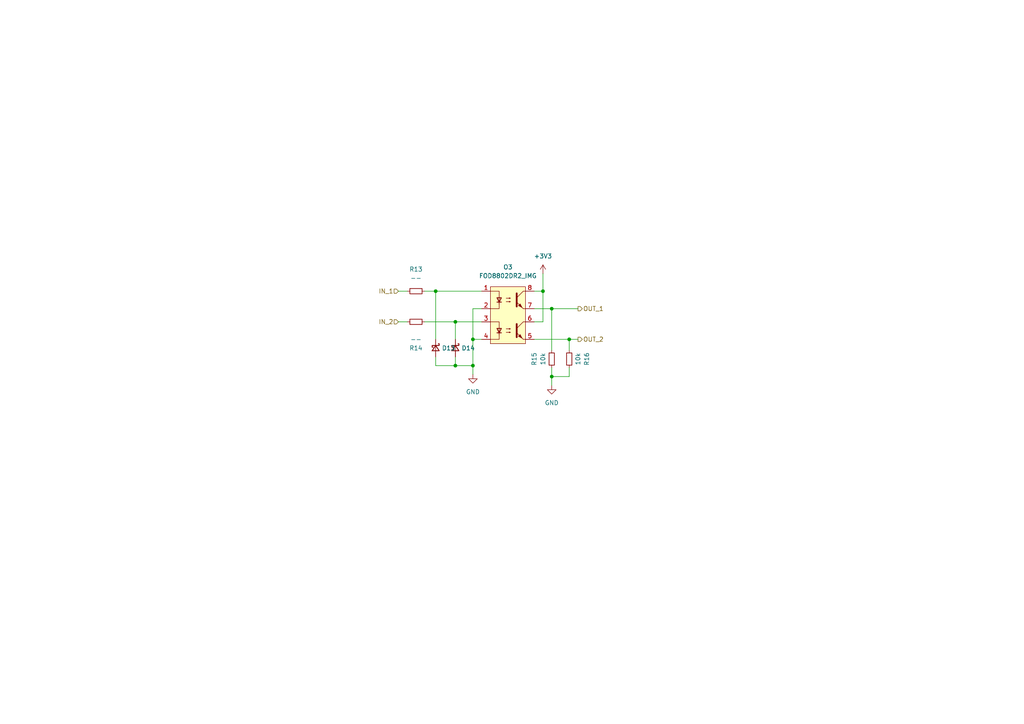
<source format=kicad_sch>
(kicad_sch (version 20211123) (generator eeschema)

  (uuid 62d17d00-511e-44e0-968e-9a190b6a0094)

  (paper "A4")

  (lib_symbols
    (symbol "Device:D_Schottky_Small" (pin_numbers hide) (pin_names (offset 0.254) hide) (in_bom yes) (on_board yes)
      (property "Reference" "D" (id 0) (at -1.27 2.032 0)
        (effects (font (size 1.27 1.27)) (justify left))
      )
      (property "Value" "D_Schottky_Small" (id 1) (at -7.112 -2.032 0)
        (effects (font (size 1.27 1.27)) (justify left))
      )
      (property "Footprint" "" (id 2) (at 0 0 90)
        (effects (font (size 1.27 1.27)) hide)
      )
      (property "Datasheet" "~" (id 3) (at 0 0 90)
        (effects (font (size 1.27 1.27)) hide)
      )
      (property "ki_keywords" "diode Schottky" (id 4) (at 0 0 0)
        (effects (font (size 1.27 1.27)) hide)
      )
      (property "ki_description" "Schottky diode, small symbol" (id 5) (at 0 0 0)
        (effects (font (size 1.27 1.27)) hide)
      )
      (property "ki_fp_filters" "TO-???* *_Diode_* *SingleDiode* D_*" (id 6) (at 0 0 0)
        (effects (font (size 1.27 1.27)) hide)
      )
      (symbol "D_Schottky_Small_0_1"
        (polyline
          (pts
            (xy -0.762 0)
            (xy 0.762 0)
          )
          (stroke (width 0) (type default) (color 0 0 0 0))
          (fill (type none))
        )
        (polyline
          (pts
            (xy 0.762 -1.016)
            (xy -0.762 0)
            (xy 0.762 1.016)
            (xy 0.762 -1.016)
          )
          (stroke (width 0.254) (type default) (color 0 0 0 0))
          (fill (type none))
        )
        (polyline
          (pts
            (xy -1.27 0.762)
            (xy -1.27 1.016)
            (xy -0.762 1.016)
            (xy -0.762 -1.016)
            (xy -0.254 -1.016)
            (xy -0.254 -0.762)
          )
          (stroke (width 0.254) (type default) (color 0 0 0 0))
          (fill (type none))
        )
      )
      (symbol "D_Schottky_Small_1_1"
        (pin passive line (at -2.54 0 0) (length 1.778)
          (name "K" (effects (font (size 1.27 1.27))))
          (number "1" (effects (font (size 1.27 1.27))))
        )
        (pin passive line (at 2.54 0 180) (length 1.778)
          (name "A" (effects (font (size 1.27 1.27))))
          (number "2" (effects (font (size 1.27 1.27))))
        )
      )
    )
    (symbol "Device:R_Small" (pin_numbers hide) (pin_names (offset 0.254) hide) (in_bom yes) (on_board yes)
      (property "Reference" "R" (id 0) (at 0.762 0.508 0)
        (effects (font (size 1.27 1.27)) (justify left))
      )
      (property "Value" "R_Small" (id 1) (at 0.762 -1.016 0)
        (effects (font (size 1.27 1.27)) (justify left))
      )
      (property "Footprint" "" (id 2) (at 0 0 0)
        (effects (font (size 1.27 1.27)) hide)
      )
      (property "Datasheet" "~" (id 3) (at 0 0 0)
        (effects (font (size 1.27 1.27)) hide)
      )
      (property "ki_keywords" "R resistor" (id 4) (at 0 0 0)
        (effects (font (size 1.27 1.27)) hide)
      )
      (property "ki_description" "Resistor, small symbol" (id 5) (at 0 0 0)
        (effects (font (size 1.27 1.27)) hide)
      )
      (property "ki_fp_filters" "R_*" (id 6) (at 0 0 0)
        (effects (font (size 1.27 1.27)) hide)
      )
      (symbol "R_Small_0_1"
        (rectangle (start -0.762 1.778) (end 0.762 -1.778)
          (stroke (width 0.2032) (type default) (color 0 0 0 0))
          (fill (type none))
        )
      )
      (symbol "R_Small_1_1"
        (pin passive line (at 0 2.54 270) (length 0.762)
          (name "~" (effects (font (size 1.27 1.27))))
          (number "1" (effects (font (size 1.27 1.27))))
        )
        (pin passive line (at 0 -2.54 90) (length 0.762)
          (name "~" (effects (font (size 1.27 1.27))))
          (number "2" (effects (font (size 1.27 1.27))))
        )
      )
    )
    (symbol "FOD8802DR2:FOD8802DR2_IMG" (in_bom yes) (on_board yes)
      (property "Reference" "O" (id 0) (at 0 0 0)
        (effects (font (size 1.27 1.27)))
      )
      (property "Value" "FOD8802DR2_IMG" (id 1) (at 0 0 0)
        (effects (font (size 1.27 1.27)))
      )
      (property "Footprint" "FOD8802DR2:SOIC127P600X175-8N" (id 2) (at 0 0 0)
        (effects (font (size 1.27 1.27)) hide)
      )
      (property "Datasheet" "" (id 3) (at 0 0 0)
        (effects (font (size 1.27 1.27)) hide)
      )
      (symbol "FOD8802DR2_IMG_0_1"
        (rectangle (start -6.35 -3.81) (end 3.81 -20.32)
          (stroke (width 0) (type default) (color 0 0 0 0))
          (fill (type background))
        )
        (polyline
          (pts
            (xy -4.445 -17.145)
            (xy -3.175 -17.145)
          )
          (stroke (width 0.254) (type default) (color 0 0 0 0))
          (fill (type none))
        )
        (polyline
          (pts
            (xy -4.445 -8.255)
            (xy -3.175 -8.255)
          )
          (stroke (width 0.254) (type default) (color 0 0 0 0))
          (fill (type none))
        )
        (polyline
          (pts
            (xy 1.27 -15.875)
            (xy 3.175 -13.97)
          )
          (stroke (width 0) (type default) (color 0 0 0 0))
          (fill (type none))
        )
        (polyline
          (pts
            (xy 1.27 -6.985)
            (xy 3.175 -5.08)
          )
          (stroke (width 0) (type default) (color 0 0 0 0))
          (fill (type none))
        )
        (polyline
          (pts
            (xy 3.175 -19.05)
            (xy 1.27 -17.145)
          )
          (stroke (width 0) (type default) (color 0 0 0 0))
          (fill (type outline))
        )
        (polyline
          (pts
            (xy 3.175 -19.05)
            (xy 3.81 -19.05)
          )
          (stroke (width 0) (type default) (color 0 0 0 0))
          (fill (type none))
        )
        (polyline
          (pts
            (xy 3.175 -13.97)
            (xy 3.81 -13.97)
          )
          (stroke (width 0) (type default) (color 0 0 0 0))
          (fill (type none))
        )
        (polyline
          (pts
            (xy 3.175 -10.16)
            (xy 1.27 -8.255)
          )
          (stroke (width 0) (type default) (color 0 0 0 0))
          (fill (type outline))
        )
        (polyline
          (pts
            (xy 3.175 -10.16)
            (xy 3.81 -10.16)
          )
          (stroke (width 0) (type default) (color 0 0 0 0))
          (fill (type none))
        )
        (polyline
          (pts
            (xy 3.175 -5.08)
            (xy 3.81 -5.08)
          )
          (stroke (width 0) (type default) (color 0 0 0 0))
          (fill (type none))
        )
        (polyline
          (pts
            (xy -3.81 -17.145)
            (xy -3.81 -19.05)
            (xy -6.35 -19.05)
          )
          (stroke (width 0) (type default) (color 0 0 0 0))
          (fill (type none))
        )
        (polyline
          (pts
            (xy -3.81 -8.255)
            (xy -3.81 -10.16)
            (xy -6.35 -10.16)
          )
          (stroke (width 0) (type default) (color 0 0 0 0))
          (fill (type none))
        )
        (polyline
          (pts
            (xy 1.27 -14.605)
            (xy 1.27 -18.415)
            (xy 1.27 -18.415)
          )
          (stroke (width 0.508) (type default) (color 0 0 0 0))
          (fill (type none))
        )
        (polyline
          (pts
            (xy 1.27 -5.715)
            (xy 1.27 -9.525)
            (xy 1.27 -9.525)
          )
          (stroke (width 0.508) (type default) (color 0 0 0 0))
          (fill (type none))
        )
        (polyline
          (pts
            (xy -6.35 -13.97)
            (xy -3.81 -13.97)
            (xy -3.81 -17.78)
            (xy -3.81 -15.875)
          )
          (stroke (width 0) (type default) (color 0 0 0 0))
          (fill (type none))
        )
        (polyline
          (pts
            (xy -6.35 -5.08)
            (xy -3.81 -5.08)
            (xy -3.81 -8.89)
            (xy -3.81 -6.985)
          )
          (stroke (width 0) (type default) (color 0 0 0 0))
          (fill (type none))
        )
        (polyline
          (pts
            (xy -3.81 -17.145)
            (xy -4.445 -15.875)
            (xy -3.175 -15.875)
            (xy -3.81 -17.145)
          )
          (stroke (width 0.254) (type default) (color 0 0 0 0))
          (fill (type none))
        )
        (polyline
          (pts
            (xy -3.81 -8.255)
            (xy -4.445 -6.985)
            (xy -3.175 -6.985)
            (xy -3.81 -8.255)
          )
          (stroke (width 0.254) (type default) (color 0 0 0 0))
          (fill (type none))
        )
        (polyline
          (pts
            (xy -1.778 -17.018)
            (xy -0.508 -17.018)
            (xy -0.889 -17.145)
            (xy -0.889 -16.891)
            (xy -0.508 -17.018)
          )
          (stroke (width 0) (type default) (color 0 0 0 0))
          (fill (type none))
        )
        (polyline
          (pts
            (xy -1.778 -16.002)
            (xy -0.508 -16.002)
            (xy -0.889 -16.129)
            (xy -0.889 -15.875)
            (xy -0.508 -16.002)
          )
          (stroke (width 0) (type default) (color 0 0 0 0))
          (fill (type none))
        )
        (polyline
          (pts
            (xy -1.778 -8.128)
            (xy -0.508 -8.128)
            (xy -0.889 -8.255)
            (xy -0.889 -8.001)
            (xy -0.508 -8.128)
          )
          (stroke (width 0) (type default) (color 0 0 0 0))
          (fill (type none))
        )
        (polyline
          (pts
            (xy -1.778 -7.112)
            (xy -0.508 -7.112)
            (xy -0.889 -7.239)
            (xy -0.889 -6.985)
            (xy -0.508 -7.112)
          )
          (stroke (width 0) (type default) (color 0 0 0 0))
          (fill (type none))
        )
        (polyline
          (pts
            (xy 1.778 -18.161)
            (xy 2.286 -17.653)
            (xy 2.794 -18.669)
            (xy 1.778 -18.161)
            (xy 1.778 -18.161)
          )
          (stroke (width 0) (type default) (color 0 0 0 0))
          (fill (type outline))
        )
        (polyline
          (pts
            (xy 1.778 -9.271)
            (xy 2.286 -8.763)
            (xy 2.794 -9.779)
            (xy 1.778 -9.271)
            (xy 1.778 -9.271)
          )
          (stroke (width 0) (type default) (color 0 0 0 0))
          (fill (type outline))
        )
      )
      (symbol "FOD8802DR2_IMG_1_1"
        (pin passive line (at -8.89 -5.08 0) (length 2.54)
          (name "~" (effects (font (size 1.27 1.27))))
          (number "1" (effects (font (size 1.27 1.27))))
        )
        (pin passive line (at -8.89 -10.16 0) (length 2.54)
          (name "~" (effects (font (size 1.27 1.27))))
          (number "2" (effects (font (size 1.27 1.27))))
        )
        (pin passive line (at -8.89 -13.97 0) (length 2.54)
          (name "~" (effects (font (size 1.27 1.27))))
          (number "3" (effects (font (size 1.27 1.27))))
        )
        (pin passive line (at -8.89 -19.05 0) (length 2.54)
          (name "~" (effects (font (size 1.27 1.27))))
          (number "4" (effects (font (size 1.27 1.27))))
        )
        (pin passive line (at 6.35 -19.05 180) (length 2.54)
          (name "~" (effects (font (size 1.27 1.27))))
          (number "5" (effects (font (size 1.27 1.27))))
        )
        (pin passive line (at 6.35 -13.97 180) (length 2.54)
          (name "~" (effects (font (size 1.27 1.27))))
          (number "6" (effects (font (size 1.27 1.27))))
        )
        (pin passive line (at 6.35 -10.16 180) (length 2.54)
          (name "~" (effects (font (size 1.27 1.27))))
          (number "7" (effects (font (size 1.27 1.27))))
        )
        (pin passive line (at 6.35 -5.08 180) (length 2.54)
          (name "~" (effects (font (size 1.27 1.27))))
          (number "8" (effects (font (size 1.27 1.27))))
        )
      )
    )
    (symbol "power:+3.3V" (power) (pin_names (offset 0)) (in_bom yes) (on_board yes)
      (property "Reference" "#PWR" (id 0) (at 0 -3.81 0)
        (effects (font (size 1.27 1.27)) hide)
      )
      (property "Value" "+3.3V" (id 1) (at 0 3.556 0)
        (effects (font (size 1.27 1.27)))
      )
      (property "Footprint" "" (id 2) (at 0 0 0)
        (effects (font (size 1.27 1.27)) hide)
      )
      (property "Datasheet" "" (id 3) (at 0 0 0)
        (effects (font (size 1.27 1.27)) hide)
      )
      (property "ki_keywords" "power-flag" (id 4) (at 0 0 0)
        (effects (font (size 1.27 1.27)) hide)
      )
      (property "ki_description" "Power symbol creates a global label with name \"+3.3V\"" (id 5) (at 0 0 0)
        (effects (font (size 1.27 1.27)) hide)
      )
      (symbol "+3.3V_0_1"
        (polyline
          (pts
            (xy -0.762 1.27)
            (xy 0 2.54)
          )
          (stroke (width 0) (type default) (color 0 0 0 0))
          (fill (type none))
        )
        (polyline
          (pts
            (xy 0 0)
            (xy 0 2.54)
          )
          (stroke (width 0) (type default) (color 0 0 0 0))
          (fill (type none))
        )
        (polyline
          (pts
            (xy 0 2.54)
            (xy 0.762 1.27)
          )
          (stroke (width 0) (type default) (color 0 0 0 0))
          (fill (type none))
        )
      )
      (symbol "+3.3V_1_1"
        (pin power_in line (at 0 0 90) (length 0) hide
          (name "+3V3" (effects (font (size 1.27 1.27))))
          (number "1" (effects (font (size 1.27 1.27))))
        )
      )
    )
    (symbol "power:GND" (power) (pin_names (offset 0)) (in_bom yes) (on_board yes)
      (property "Reference" "#PWR" (id 0) (at 0 -6.35 0)
        (effects (font (size 1.27 1.27)) hide)
      )
      (property "Value" "GND" (id 1) (at 0 -3.81 0)
        (effects (font (size 1.27 1.27)))
      )
      (property "Footprint" "" (id 2) (at 0 0 0)
        (effects (font (size 1.27 1.27)) hide)
      )
      (property "Datasheet" "" (id 3) (at 0 0 0)
        (effects (font (size 1.27 1.27)) hide)
      )
      (property "ki_keywords" "power-flag" (id 4) (at 0 0 0)
        (effects (font (size 1.27 1.27)) hide)
      )
      (property "ki_description" "Power symbol creates a global label with name \"GND\" , ground" (id 5) (at 0 0 0)
        (effects (font (size 1.27 1.27)) hide)
      )
      (symbol "GND_0_1"
        (polyline
          (pts
            (xy 0 0)
            (xy 0 -1.27)
            (xy 1.27 -1.27)
            (xy 0 -2.54)
            (xy -1.27 -1.27)
            (xy 0 -1.27)
          )
          (stroke (width 0) (type default) (color 0 0 0 0))
          (fill (type none))
        )
      )
      (symbol "GND_1_1"
        (pin power_in line (at 0 0 270) (length 0) hide
          (name "GND" (effects (font (size 1.27 1.27))))
          (number "1" (effects (font (size 1.27 1.27))))
        )
      )
    )
  )

  (junction (at 132.08 93.345) (diameter 0) (color 0 0 0 0)
    (uuid 32587061-d14c-4240-876b-32aaa198b010)
  )
  (junction (at 132.08 106.045) (diameter 0) (color 0 0 0 0)
    (uuid 6d7f6941-6834-4bf4-b3cb-672d05544f7f)
  )
  (junction (at 160.02 109.22) (diameter 0) (color 0 0 0 0)
    (uuid 70c3109b-611c-41c4-ad05-6bf058a8d0be)
  )
  (junction (at 137.16 106.045) (diameter 0) (color 0 0 0 0)
    (uuid ae200470-9cd2-46c2-8998-756e8d484592)
  )
  (junction (at 160.02 89.535) (diameter 0) (color 0 0 0 0)
    (uuid c0daac02-6e38-4314-9df0-6bf77dfb31b8)
  )
  (junction (at 165.1 98.425) (diameter 0) (color 0 0 0 0)
    (uuid d2733ab6-8f69-4b1d-8bbe-8b509d3e3e33)
  )
  (junction (at 126.365 84.455) (diameter 0) (color 0 0 0 0)
    (uuid d3a31343-b6ab-4ddd-a4aa-ee938b52a195)
  )
  (junction (at 137.16 98.425) (diameter 0) (color 0 0 0 0)
    (uuid d465d968-a123-48a6-bf3c-5cbef731aa5e)
  )
  (junction (at 157.48 84.455) (diameter 0) (color 0 0 0 0)
    (uuid fd2da943-8016-48bc-bd22-9e804d2c905a)
  )

  (wire (pts (xy 137.16 98.425) (xy 137.16 106.045))
    (stroke (width 0) (type default) (color 0 0 0 0))
    (uuid 089e2d8f-ef0d-46d8-bbbc-a4925fb5eae9)
  )
  (wire (pts (xy 132.08 93.345) (xy 132.08 98.425))
    (stroke (width 0) (type default) (color 0 0 0 0))
    (uuid 0e2b02f6-fb64-4728-aead-053c16a946ac)
  )
  (wire (pts (xy 126.365 106.045) (xy 132.08 106.045))
    (stroke (width 0) (type default) (color 0 0 0 0))
    (uuid 0ec96f79-60f0-4f45-b3a6-1f8b693f9749)
  )
  (wire (pts (xy 154.94 84.455) (xy 157.48 84.455))
    (stroke (width 0) (type default) (color 0 0 0 0))
    (uuid 1ff4e7ab-0bb5-4498-bf90-62d728d77ae7)
  )
  (wire (pts (xy 160.02 109.22) (xy 165.1 109.22))
    (stroke (width 0) (type default) (color 0 0 0 0))
    (uuid 28a357b1-3559-4680-a6ff-bcdd2024e3a5)
  )
  (wire (pts (xy 123.19 84.455) (xy 126.365 84.455))
    (stroke (width 0) (type default) (color 0 0 0 0))
    (uuid 298406ae-4052-412c-9ee0-592b7bd14bcf)
  )
  (wire (pts (xy 165.1 98.425) (xy 167.64 98.425))
    (stroke (width 0) (type default) (color 0 0 0 0))
    (uuid 2cebfda0-e66e-4495-9e71-0f5ffcf1484a)
  )
  (wire (pts (xy 139.7 89.535) (xy 137.16 89.535))
    (stroke (width 0) (type default) (color 0 0 0 0))
    (uuid 2dbc98bb-40a4-47c4-9420-3381fc52605f)
  )
  (wire (pts (xy 157.48 84.455) (xy 157.48 93.345))
    (stroke (width 0) (type default) (color 0 0 0 0))
    (uuid 338201dc-80a9-42ba-8c1e-49cb0636f232)
  )
  (wire (pts (xy 132.08 106.045) (xy 132.08 103.505))
    (stroke (width 0) (type default) (color 0 0 0 0))
    (uuid 3c382664-5ed8-435f-aa41-7a68946a940b)
  )
  (wire (pts (xy 157.48 79.375) (xy 157.48 84.455))
    (stroke (width 0) (type default) (color 0 0 0 0))
    (uuid 3f410f1d-df5c-49f3-a58f-c709f64ac337)
  )
  (wire (pts (xy 132.08 93.345) (xy 139.7 93.345))
    (stroke (width 0) (type default) (color 0 0 0 0))
    (uuid 47805262-5474-4486-a955-942065f44594)
  )
  (wire (pts (xy 160.02 109.22) (xy 160.02 111.76))
    (stroke (width 0) (type default) (color 0 0 0 0))
    (uuid 53c2fd3d-bbce-4e4c-bfb5-cb2319a387d7)
  )
  (wire (pts (xy 137.16 98.425) (xy 139.7 98.425))
    (stroke (width 0) (type default) (color 0 0 0 0))
    (uuid 58077cd3-79df-4d53-8028-a402710239e7)
  )
  (wire (pts (xy 160.02 89.535) (xy 160.02 101.6))
    (stroke (width 0) (type default) (color 0 0 0 0))
    (uuid 66fc444b-ea01-4808-bd43-659160b06fbc)
  )
  (wire (pts (xy 157.48 93.345) (xy 154.94 93.345))
    (stroke (width 0) (type default) (color 0 0 0 0))
    (uuid 6e7489c2-44a1-47f6-9a4e-1ee555d8f57e)
  )
  (wire (pts (xy 165.1 98.425) (xy 165.1 101.6))
    (stroke (width 0) (type default) (color 0 0 0 0))
    (uuid 73e93765-dfc7-4af9-8038-30260311c8f2)
  )
  (wire (pts (xy 132.08 106.045) (xy 137.16 106.045))
    (stroke (width 0) (type default) (color 0 0 0 0))
    (uuid 8d054a2f-34d2-462e-a4f0-c1f6702767df)
  )
  (wire (pts (xy 115.57 84.455) (xy 118.11 84.455))
    (stroke (width 0) (type default) (color 0 0 0 0))
    (uuid 8d6346a5-ee66-4b2b-8440-9b245aee9618)
  )
  (wire (pts (xy 154.94 98.425) (xy 165.1 98.425))
    (stroke (width 0) (type default) (color 0 0 0 0))
    (uuid 8d6d1abb-38b9-41bb-8599-3ef10bb5c06f)
  )
  (wire (pts (xy 160.02 89.535) (xy 167.64 89.535))
    (stroke (width 0) (type default) (color 0 0 0 0))
    (uuid 9166a5f7-1a78-440a-b4fc-a8bf61208213)
  )
  (wire (pts (xy 160.02 106.68) (xy 160.02 109.22))
    (stroke (width 0) (type default) (color 0 0 0 0))
    (uuid bccc6b6d-e6c3-4638-b790-f4cf8bfa57fe)
  )
  (wire (pts (xy 123.19 93.345) (xy 132.08 93.345))
    (stroke (width 0) (type default) (color 0 0 0 0))
    (uuid c068e878-4cb5-4419-80e3-31958201f2d6)
  )
  (wire (pts (xy 126.365 84.455) (xy 139.7 84.455))
    (stroke (width 0) (type default) (color 0 0 0 0))
    (uuid c14088f8-88d7-4d77-8e1a-e14561629eba)
  )
  (wire (pts (xy 115.57 93.345) (xy 118.11 93.345))
    (stroke (width 0) (type default) (color 0 0 0 0))
    (uuid cc760bbe-72e2-4008-aab6-e977a5ea4e35)
  )
  (wire (pts (xy 165.1 109.22) (xy 165.1 106.68))
    (stroke (width 0) (type default) (color 0 0 0 0))
    (uuid d96d1ce3-f06b-4017-b16d-10ec500ca344)
  )
  (wire (pts (xy 154.94 89.535) (xy 160.02 89.535))
    (stroke (width 0) (type default) (color 0 0 0 0))
    (uuid d9cd68a1-edf8-47bc-be9d-13c69a34c7dd)
  )
  (wire (pts (xy 126.365 84.455) (xy 126.365 98.425))
    (stroke (width 0) (type default) (color 0 0 0 0))
    (uuid dab4a5fb-060b-49a7-9d6f-061b7e5d6183)
  )
  (wire (pts (xy 137.16 89.535) (xy 137.16 98.425))
    (stroke (width 0) (type default) (color 0 0 0 0))
    (uuid e08f2e83-97e2-4483-922e-969548a515a2)
  )
  (wire (pts (xy 126.365 103.505) (xy 126.365 106.045))
    (stroke (width 0) (type default) (color 0 0 0 0))
    (uuid eded0bf6-6d10-4964-928b-60d1ec4634a2)
  )
  (wire (pts (xy 137.16 106.045) (xy 137.16 108.585))
    (stroke (width 0) (type default) (color 0 0 0 0))
    (uuid f5627c3a-cb0b-4d92-8740-9339793f55e0)
  )

  (hierarchical_label "OUT_1" (shape output) (at 167.64 89.535 0)
    (effects (font (size 1.27 1.27)) (justify left))
    (uuid 49d845d8-23e6-4425-885e-88b307849e5e)
  )
  (hierarchical_label "OUT_2" (shape output) (at 167.64 98.425 0)
    (effects (font (size 1.27 1.27)) (justify left))
    (uuid ada69d20-a1a5-4d64-a19a-dc77b677d67d)
  )
  (hierarchical_label "IN_2" (shape input) (at 115.57 93.345 180)
    (effects (font (size 1.27 1.27)) (justify right))
    (uuid f8118f24-6d81-445b-8dcf-7005f363f774)
  )
  (hierarchical_label "IN_1" (shape input) (at 115.57 84.455 180)
    (effects (font (size 1.27 1.27)) (justify right))
    (uuid fd1b9762-9b9e-41f1-a106-9ecc41ae655f)
  )

  (symbol (lib_id "power:GND") (at 160.02 111.76 0)
    (in_bom yes) (on_board yes) (fields_autoplaced)
    (uuid 046d0014-f76e-4901-affc-beddce1dd682)
    (property "Reference" "#PWR0148" (id 0) (at 160.02 118.11 0)
      (effects (font (size 1.27 1.27)) hide)
    )
    (property "Value" "GND" (id 1) (at 160.02 116.84 0))
    (property "Footprint" "" (id 2) (at 160.02 111.76 0)
      (effects (font (size 1.27 1.27)) hide)
    )
    (property "Datasheet" "" (id 3) (at 160.02 111.76 0)
      (effects (font (size 1.27 1.27)) hide)
    )
    (pin "1" (uuid eaedc716-7c27-4f5d-abd1-d146f3f8c656))
  )

  (symbol (lib_id "Device:R_Small") (at 165.1 104.14 180)
    (in_bom yes) (on_board yes)
    (uuid 10cdb62b-2ffc-4b3c-b5f7-456b8c50436c)
    (property "Reference" "R16" (id 0) (at 170.18 104.14 90))
    (property "Value" "10k" (id 1) (at 167.64 104.14 90))
    (property "Footprint" "Resistor_SMD:R_0603_1608Metric" (id 2) (at 165.1 104.14 0)
      (effects (font (size 1.27 1.27)) hide)
    )
    (property "Datasheet" "~" (id 3) (at 165.1 104.14 0)
      (effects (font (size 1.27 1.27)) hide)
    )
    (pin "1" (uuid ae03c0a6-248f-4c51-9cda-ae13dd5f6f12))
    (pin "2" (uuid 2f66b722-5cd2-41f7-b6c3-18517f9f1e06))
  )

  (symbol (lib_id "FOD8802DR2:FOD8802DR2_IMG") (at 148.59 79.375 0)
    (in_bom yes) (on_board yes) (fields_autoplaced)
    (uuid 14099497-4e08-4b80-876c-a2f9823df9b8)
    (property "Reference" "O3" (id 0) (at 147.32 77.47 0))
    (property "Value" "FOD8802DR2_IMG" (id 1) (at 147.32 80.01 0))
    (property "Footprint" "FOD8802DR2:SOIC127P600X175-8N" (id 2) (at 148.59 79.375 0)
      (effects (font (size 1.27 1.27)) hide)
    )
    (property "Datasheet" "" (id 3) (at 148.59 79.375 0)
      (effects (font (size 1.27 1.27)) hide)
    )
    (pin "1" (uuid e242739a-f666-4c3a-b7b8-291eea034a45))
    (pin "2" (uuid cc104dd7-8b9e-4349-8aa5-d116ba3974a4))
    (pin "3" (uuid 33a2b205-afcc-4e03-8c09-bab32de20946))
    (pin "4" (uuid 8b164ce3-1485-4dfd-8167-fa7dcc501558))
    (pin "5" (uuid f701478e-a3a6-473d-83d1-4513c293212a))
    (pin "6" (uuid 728200df-a6ad-4661-8cb8-e592a283923c))
    (pin "7" (uuid 215c11bc-196a-47ca-9adc-c7fef52c4545))
    (pin "8" (uuid 3c6606d7-1042-4365-ac40-33179de04b55))
  )

  (symbol (lib_id "power:+3.3V") (at 157.48 79.375 0)
    (in_bom yes) (on_board yes) (fields_autoplaced)
    (uuid 1a311639-9aba-4f9d-8d7f-9c487a2d7328)
    (property "Reference" "#PWR0147" (id 0) (at 157.48 83.185 0)
      (effects (font (size 1.27 1.27)) hide)
    )
    (property "Value" "+3.3V" (id 1) (at 157.48 74.295 0))
    (property "Footprint" "" (id 2) (at 157.48 79.375 0)
      (effects (font (size 1.27 1.27)) hide)
    )
    (property "Datasheet" "" (id 3) (at 157.48 79.375 0)
      (effects (font (size 1.27 1.27)) hide)
    )
    (pin "1" (uuid 5faf5630-0a4a-4d30-b61d-aeb0f7b11530))
  )

  (symbol (lib_id "Device:R_Small") (at 160.02 104.14 180)
    (in_bom yes) (on_board yes)
    (uuid 384c662e-75cc-4859-9f8b-db5ae2031a09)
    (property "Reference" "R15" (id 0) (at 154.94 104.14 90))
    (property "Value" "10k" (id 1) (at 157.48 104.14 90))
    (property "Footprint" "Resistor_SMD:R_0603_1608Metric" (id 2) (at 160.02 104.14 0)
      (effects (font (size 1.27 1.27)) hide)
    )
    (property "Datasheet" "~" (id 3) (at 160.02 104.14 0)
      (effects (font (size 1.27 1.27)) hide)
    )
    (pin "1" (uuid e23647dd-0448-4bb6-81d2-0ba3e9001e79))
    (pin "2" (uuid 4af03608-91ac-4796-8d3c-adbb903ab893))
  )

  (symbol (lib_id "Device:R_Small") (at 120.65 84.455 270)
    (in_bom yes) (on_board yes) (fields_autoplaced)
    (uuid 70699b81-6002-4610-9ace-e883c7644a9e)
    (property "Reference" "R13" (id 0) (at 120.65 78.105 90))
    (property "Value" "--" (id 1) (at 120.65 80.645 90))
    (property "Footprint" "Resistor_SMD:R_0603_1608Metric" (id 2) (at 120.65 84.455 0)
      (effects (font (size 1.27 1.27)) hide)
    )
    (property "Datasheet" "~" (id 3) (at 120.65 84.455 0)
      (effects (font (size 1.27 1.27)) hide)
    )
    (pin "1" (uuid 5f46230c-4e60-48a2-b2ac-34350451dc17))
    (pin "2" (uuid 162b2235-1cb4-4b09-bab1-0cc4ad23a359))
  )

  (symbol (lib_id "Device:R_Small") (at 120.65 93.345 270)
    (in_bom yes) (on_board yes)
    (uuid 8e12799d-a9e4-4930-b0a7-17fd01c965ed)
    (property "Reference" "R14" (id 0) (at 120.65 100.965 90))
    (property "Value" "--" (id 1) (at 120.65 98.425 90))
    (property "Footprint" "Resistor_SMD:R_0603_1608Metric" (id 2) (at 120.65 93.345 0)
      (effects (font (size 1.27 1.27)) hide)
    )
    (property "Datasheet" "~" (id 3) (at 120.65 93.345 0)
      (effects (font (size 1.27 1.27)) hide)
    )
    (pin "1" (uuid 6ee9f43b-6c8a-4f14-a066-a9e850a3ae9b))
    (pin "2" (uuid 47cf9efb-42b5-4707-961a-f62db3ce311c))
  )

  (symbol (lib_id "power:GND") (at 137.16 108.585 0)
    (in_bom yes) (on_board yes) (fields_autoplaced)
    (uuid 9418bd40-8f06-442f-bc4f-03be18d181b6)
    (property "Reference" "#PWR0149" (id 0) (at 137.16 114.935 0)
      (effects (font (size 1.27 1.27)) hide)
    )
    (property "Value" "GND" (id 1) (at 137.16 113.665 0))
    (property "Footprint" "" (id 2) (at 137.16 108.585 0)
      (effects (font (size 1.27 1.27)) hide)
    )
    (property "Datasheet" "" (id 3) (at 137.16 108.585 0)
      (effects (font (size 1.27 1.27)) hide)
    )
    (pin "1" (uuid a9fb47d0-83a1-4403-803f-93fb849acc16))
  )

  (symbol (lib_id "Device:D_Schottky_Small") (at 132.08 100.965 270)
    (in_bom yes) (on_board yes)
    (uuid a3a432d4-4ee1-4027-a1db-fdabc372e9dd)
    (property "Reference" "D14" (id 0) (at 133.858 100.965 90)
      (effects (font (size 1.27 1.27)) (justify left))
    )
    (property "Value" "D_SCH" (id 1) (at 133.858 102.108 90)
      (effects (font (size 1.27 1.27)) (justify left) hide)
    )
    (property "Footprint" "Diode_SMD:D_0603_1608Metric" (id 2) (at 132.08 100.965 90)
      (effects (font (size 1.27 1.27)) hide)
    )
    (property "Datasheet" "~" (id 3) (at 132.08 100.965 90)
      (effects (font (size 1.27 1.27)) hide)
    )
    (pin "1" (uuid 9fd171b6-8396-415a-b4fb-8fea8da73b88))
    (pin "2" (uuid a52df3d7-cf66-4dcf-87df-93dd07e1de53))
  )

  (symbol (lib_id "Device:D_Schottky_Small") (at 126.365 100.965 270)
    (in_bom yes) (on_board yes)
    (uuid a56188f0-b293-4f9d-a6c3-1d2074085547)
    (property "Reference" "D13" (id 0) (at 128.143 100.965 90)
      (effects (font (size 1.27 1.27)) (justify left))
    )
    (property "Value" "D_SCH" (id 1) (at 128.143 102.108 90)
      (effects (font (size 1.27 1.27)) (justify left) hide)
    )
    (property "Footprint" "Diode_SMD:D_0603_1608Metric" (id 2) (at 126.365 100.965 90)
      (effects (font (size 1.27 1.27)) hide)
    )
    (property "Datasheet" "~" (id 3) (at 126.365 100.965 90)
      (effects (font (size 1.27 1.27)) hide)
    )
    (pin "1" (uuid 7ecd782f-db45-462a-9205-3d344e95e3cf))
    (pin "2" (uuid 6ac76f9d-72b9-4840-826f-4282164084e2))
  )
)

</source>
